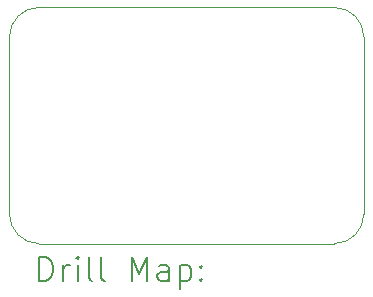
<source format=gbr>
%TF.GenerationSoftware,KiCad,Pcbnew,6.0.9+dfsg-1~bpo11+1*%
%TF.CreationDate,2022-11-06T14:52:20+01:00*%
%TF.ProjectId,filter,66696c74-6572-42e6-9b69-6361645f7063,2*%
%TF.SameCoordinates,Original*%
%TF.FileFunction,Drillmap*%
%TF.FilePolarity,Positive*%
%FSLAX45Y45*%
G04 Gerber Fmt 4.5, Leading zero omitted, Abs format (unit mm)*
G04 Created by KiCad (PCBNEW 6.0.9+dfsg-1~bpo11+1) date 2022-11-06 14:52:20*
%MOMM*%
%LPD*%
G01*
G04 APERTURE LIST*
%ADD10C,0.100000*%
%ADD11C,0.200000*%
G04 APERTURE END LIST*
D10*
X10750000Y-5500000D02*
X10750000Y-7000000D01*
X13750000Y-5500000D02*
G75*
G03*
X13500000Y-5250000I-250000J0D01*
G01*
X11000000Y-7250000D02*
X13500000Y-7250000D01*
X10750000Y-7000000D02*
G75*
G03*
X11000000Y-7250000I250000J0D01*
G01*
X13500000Y-7250000D02*
G75*
G03*
X13750000Y-7000000I0J250000D01*
G01*
X11000000Y-5250000D02*
G75*
G03*
X10750000Y-5500000I0J-250000D01*
G01*
X11000000Y-5250000D02*
X13500000Y-5250000D01*
X13750000Y-5500000D02*
X13750000Y-7000000D01*
D11*
X11002619Y-7565476D02*
X11002619Y-7365476D01*
X11050238Y-7365476D01*
X11078810Y-7375000D01*
X11097857Y-7394048D01*
X11107381Y-7413095D01*
X11116905Y-7451190D01*
X11116905Y-7479762D01*
X11107381Y-7517857D01*
X11097857Y-7536905D01*
X11078810Y-7555952D01*
X11050238Y-7565476D01*
X11002619Y-7565476D01*
X11202619Y-7565476D02*
X11202619Y-7432143D01*
X11202619Y-7470238D02*
X11212143Y-7451190D01*
X11221667Y-7441667D01*
X11240714Y-7432143D01*
X11259762Y-7432143D01*
X11326428Y-7565476D02*
X11326428Y-7432143D01*
X11326428Y-7365476D02*
X11316905Y-7375000D01*
X11326428Y-7384524D01*
X11335952Y-7375000D01*
X11326428Y-7365476D01*
X11326428Y-7384524D01*
X11450238Y-7565476D02*
X11431190Y-7555952D01*
X11421667Y-7536905D01*
X11421667Y-7365476D01*
X11555000Y-7565476D02*
X11535952Y-7555952D01*
X11526428Y-7536905D01*
X11526428Y-7365476D01*
X11783571Y-7565476D02*
X11783571Y-7365476D01*
X11850238Y-7508333D01*
X11916905Y-7365476D01*
X11916905Y-7565476D01*
X12097857Y-7565476D02*
X12097857Y-7460714D01*
X12088333Y-7441667D01*
X12069286Y-7432143D01*
X12031190Y-7432143D01*
X12012143Y-7441667D01*
X12097857Y-7555952D02*
X12078809Y-7565476D01*
X12031190Y-7565476D01*
X12012143Y-7555952D01*
X12002619Y-7536905D01*
X12002619Y-7517857D01*
X12012143Y-7498809D01*
X12031190Y-7489286D01*
X12078809Y-7489286D01*
X12097857Y-7479762D01*
X12193095Y-7432143D02*
X12193095Y-7632143D01*
X12193095Y-7441667D02*
X12212143Y-7432143D01*
X12250238Y-7432143D01*
X12269286Y-7441667D01*
X12278809Y-7451190D01*
X12288333Y-7470238D01*
X12288333Y-7527381D01*
X12278809Y-7546428D01*
X12269286Y-7555952D01*
X12250238Y-7565476D01*
X12212143Y-7565476D01*
X12193095Y-7555952D01*
X12374048Y-7546428D02*
X12383571Y-7555952D01*
X12374048Y-7565476D01*
X12364524Y-7555952D01*
X12374048Y-7546428D01*
X12374048Y-7565476D01*
X12374048Y-7441667D02*
X12383571Y-7451190D01*
X12374048Y-7460714D01*
X12364524Y-7451190D01*
X12374048Y-7441667D01*
X12374048Y-7460714D01*
M02*

</source>
